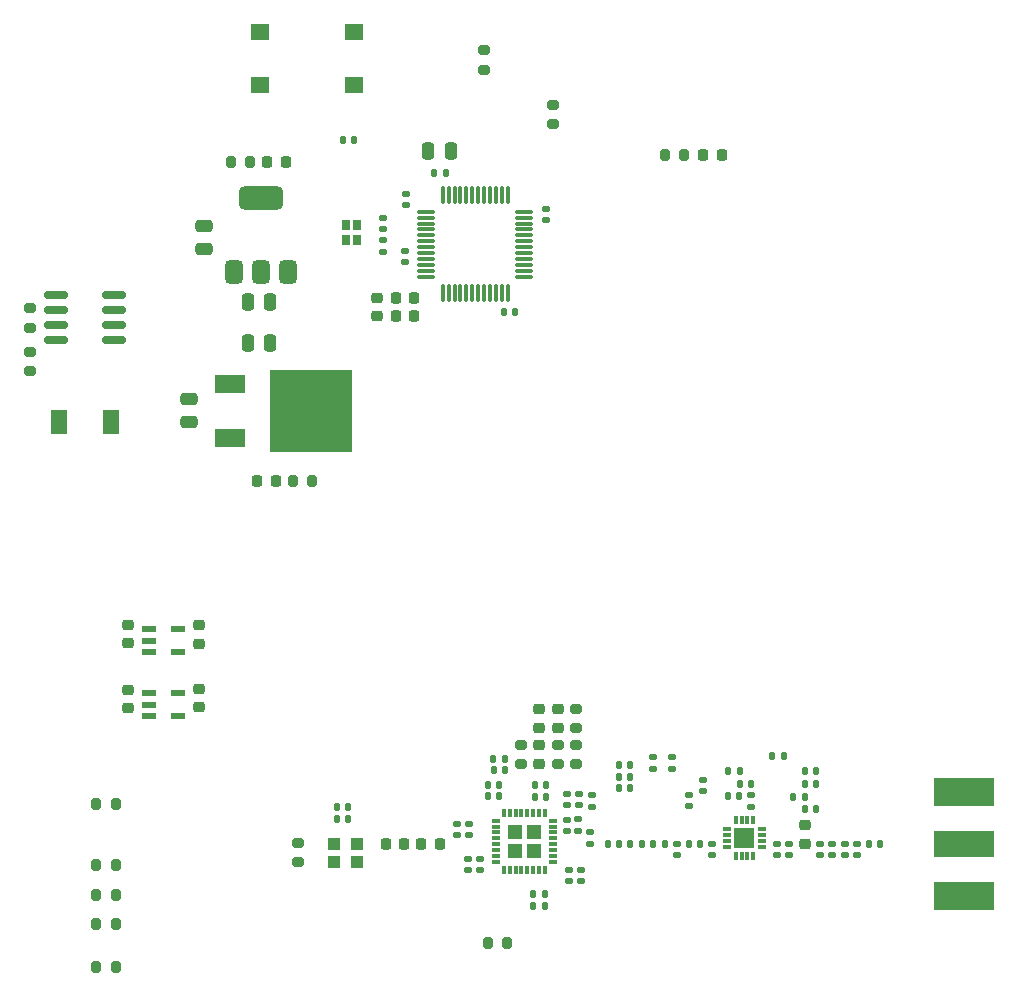
<source format=gbr>
%TF.GenerationSoftware,KiCad,Pcbnew,8.0.2*%
%TF.CreationDate,2024-07-16T14:45:12-07:00*%
%TF.ProjectId,ptn,70746e2e-6b69-4636-9164-5f7063625858,1*%
%TF.SameCoordinates,Original*%
%TF.FileFunction,Paste,Top*%
%TF.FilePolarity,Positive*%
%FSLAX46Y46*%
G04 Gerber Fmt 4.6, Leading zero omitted, Abs format (unit mm)*
G04 Created by KiCad (PCBNEW 8.0.2) date 2024-07-16 14:45:12*
%MOMM*%
%LPD*%
G01*
G04 APERTURE LIST*
G04 Aperture macros list*
%AMRoundRect*
0 Rectangle with rounded corners*
0 $1 Rounding radius*
0 $2 $3 $4 $5 $6 $7 $8 $9 X,Y pos of 4 corners*
0 Add a 4 corners polygon primitive as box body*
4,1,4,$2,$3,$4,$5,$6,$7,$8,$9,$2,$3,0*
0 Add four circle primitives for the rounded corners*
1,1,$1+$1,$2,$3*
1,1,$1+$1,$4,$5*
1,1,$1+$1,$6,$7*
1,1,$1+$1,$8,$9*
0 Add four rect primitives between the rounded corners*
20,1,$1+$1,$2,$3,$4,$5,0*
20,1,$1+$1,$4,$5,$6,$7,0*
20,1,$1+$1,$6,$7,$8,$9,0*
20,1,$1+$1,$8,$9,$2,$3,0*%
G04 Aperture macros list end*
%ADD10RoundRect,0.147500X-0.147500X-0.172500X0.147500X-0.172500X0.147500X0.172500X-0.147500X0.172500X0*%
%ADD11RoundRect,0.140000X-0.140000X-0.170000X0.140000X-0.170000X0.140000X0.170000X-0.140000X0.170000X0*%
%ADD12RoundRect,0.135000X0.185000X-0.135000X0.185000X0.135000X-0.185000X0.135000X-0.185000X-0.135000X0*%
%ADD13RoundRect,0.135000X-0.185000X0.135000X-0.185000X-0.135000X0.185000X-0.135000X0.185000X0.135000X0*%
%ADD14RoundRect,0.140000X0.170000X-0.140000X0.170000X0.140000X-0.170000X0.140000X-0.170000X-0.140000X0*%
%ADD15RoundRect,0.200000X0.200000X0.275000X-0.200000X0.275000X-0.200000X-0.275000X0.200000X-0.275000X0*%
%ADD16RoundRect,0.135000X0.135000X0.185000X-0.135000X0.185000X-0.135000X-0.185000X0.135000X-0.185000X0*%
%ADD17RoundRect,0.140000X0.140000X0.170000X-0.140000X0.170000X-0.140000X-0.170000X0.140000X-0.170000X0*%
%ADD18R,2.500000X1.500000*%
%ADD19R,7.000000X7.000000*%
%ADD20RoundRect,0.218750X0.256250X-0.218750X0.256250X0.218750X-0.256250X0.218750X-0.256250X-0.218750X0*%
%ADD21RoundRect,0.225000X-0.225000X-0.250000X0.225000X-0.250000X0.225000X0.250000X-0.225000X0.250000X0*%
%ADD22RoundRect,0.225000X-0.250000X0.225000X-0.250000X-0.225000X0.250000X-0.225000X0.250000X0.225000X0*%
%ADD23RoundRect,0.140000X-0.170000X0.140000X-0.170000X-0.140000X0.170000X-0.140000X0.170000X0.140000X0*%
%ADD24RoundRect,0.225000X0.250000X-0.225000X0.250000X0.225000X-0.250000X0.225000X-0.250000X-0.225000X0*%
%ADD25RoundRect,0.147500X-0.172500X0.147500X-0.172500X-0.147500X0.172500X-0.147500X0.172500X0.147500X0*%
%ADD26R,1.250000X0.600000*%
%ADD27R,0.775000X0.875000*%
%ADD28RoundRect,0.200000X0.275000X-0.200000X0.275000X0.200000X-0.275000X0.200000X-0.275000X-0.200000X0*%
%ADD29RoundRect,0.250000X-0.475000X0.250000X-0.475000X-0.250000X0.475000X-0.250000X0.475000X0.250000X0*%
%ADD30R,0.800000X0.300000*%
%ADD31R,0.300000X0.800000*%
%ADD32R,1.300000X1.300000*%
%ADD33RoundRect,0.250000X0.250000X0.475000X-0.250000X0.475000X-0.250000X-0.475000X0.250000X-0.475000X0*%
%ADD34RoundRect,0.218750X0.218750X0.256250X-0.218750X0.256250X-0.218750X-0.256250X0.218750X-0.256250X0*%
%ADD35R,1.100000X1.000000*%
%ADD36RoundRect,0.200000X-0.200000X-0.275000X0.200000X-0.275000X0.200000X0.275000X-0.200000X0.275000X0*%
%ADD37RoundRect,0.150000X0.825000X0.150000X-0.825000X0.150000X-0.825000X-0.150000X0.825000X-0.150000X0*%
%ADD38R,1.600000X1.400000*%
%ADD39RoundRect,0.200000X-0.275000X0.200000X-0.275000X-0.200000X0.275000X-0.200000X0.275000X0.200000X0*%
%ADD40R,5.080000X2.413000*%
%ADD41R,5.080000X2.286000*%
%ADD42RoundRect,0.075000X-0.662500X-0.075000X0.662500X-0.075000X0.662500X0.075000X-0.662500X0.075000X0*%
%ADD43RoundRect,0.075000X-0.075000X-0.662500X0.075000X-0.662500X0.075000X0.662500X-0.075000X0.662500X0*%
%ADD44RoundRect,0.225000X0.225000X0.250000X-0.225000X0.250000X-0.225000X-0.250000X0.225000X-0.250000X0*%
%ADD45RoundRect,0.218750X-0.256250X0.218750X-0.256250X-0.218750X0.256250X-0.218750X0.256250X0.218750X0*%
%ADD46R,0.750000X0.300000*%
%ADD47R,0.300000X0.750000*%
%ADD48R,1.700000X1.700000*%
%ADD49RoundRect,0.135000X-0.135000X-0.185000X0.135000X-0.185000X0.135000X0.185000X-0.135000X0.185000X0*%
%ADD50RoundRect,0.218750X-0.218750X-0.256250X0.218750X-0.256250X0.218750X0.256250X-0.218750X0.256250X0*%
%ADD51RoundRect,0.375000X0.375000X-0.625000X0.375000X0.625000X-0.375000X0.625000X-0.375000X-0.625000X0*%
%ADD52RoundRect,0.500000X1.400000X-0.500000X1.400000X0.500000X-1.400000X0.500000X-1.400000X-0.500000X0*%
%ADD53R,1.400000X2.000000*%
%ADD54RoundRect,0.250000X0.475000X-0.250000X0.475000X0.250000X-0.475000X0.250000X-0.475000X-0.250000X0*%
G04 APERTURE END LIST*
D10*
%TO.C,L2*%
X140390000Y-116550000D03*
X141360000Y-116550000D03*
%TD*%
D11*
%TO.C,C23*%
X140370000Y-111830000D03*
X139410000Y-111830000D03*
%TD*%
%TO.C,C20*%
X140370000Y-110840000D03*
X139410000Y-110840000D03*
%TD*%
%TO.C,C16*%
X140370000Y-109850000D03*
X139410000Y-109850000D03*
%TD*%
D12*
%TO.C,R11*%
X137140000Y-112400001D03*
X137140000Y-113419999D03*
%TD*%
D13*
%TO.C,R10*%
X135990000Y-114420000D03*
X135990000Y-115439998D03*
%TD*%
D14*
%TO.C,C13*%
X134990000Y-114469998D03*
X134990000Y-115429998D03*
%TD*%
D15*
%TO.C,R26*%
X143280000Y-58200000D03*
X144930000Y-58200000D03*
%TD*%
D16*
%TO.C,R22*%
X148620000Y-110364000D03*
X149640000Y-110364000D03*
%TD*%
D17*
%TO.C,C37*%
X129300000Y-111510000D03*
X128340000Y-111510000D03*
%TD*%
D18*
%TO.C,IC2*%
X106490000Y-77570000D03*
D19*
X113340000Y-79870000D03*
D18*
X106490000Y-82170000D03*
%TD*%
D11*
%TO.C,C43*%
X148640000Y-112430000D03*
X149600000Y-112430000D03*
%TD*%
D15*
%TO.C,R13*%
X106550000Y-58800000D03*
X108200000Y-58800000D03*
%TD*%
D14*
%TO.C,C46*%
X153830000Y-117490000D03*
X153830000Y-116530000D03*
%TD*%
D20*
%TO.C,L6*%
X155150000Y-116537500D03*
X155150000Y-114962500D03*
%TD*%
D21*
%TO.C,C36*%
X122700000Y-116550000D03*
X124250000Y-116550000D03*
%TD*%
D22*
%TO.C,C1*%
X97866000Y-103495001D03*
X97866000Y-105045001D03*
%TD*%
D23*
%TO.C,C65*%
X119443000Y-65425000D03*
X119443000Y-66385000D03*
%TD*%
D24*
%TO.C,C8*%
X132676000Y-109744000D03*
X132676000Y-108194000D03*
%TD*%
D11*
%TO.C,C54*%
X116030000Y-56970000D03*
X116990000Y-56970000D03*
%TD*%
D17*
%TO.C,C58*%
X124750000Y-59750000D03*
X123790000Y-59750000D03*
%TD*%
D25*
%TO.C,L5*%
X144340000Y-116535000D03*
X144340000Y-117505000D03*
%TD*%
D26*
%TO.C,IC1*%
X99600000Y-103790000D03*
X99600001Y-104740000D03*
X99600000Y-105690000D03*
X102100000Y-105690000D03*
X102100000Y-103790000D03*
%TD*%
D27*
%TO.C,Y2*%
X116291000Y-64109000D03*
X116291000Y-65383000D03*
X117265000Y-65383000D03*
X117265000Y-64109000D03*
%TD*%
D28*
%TO.C,R9*%
X89545000Y-71190000D03*
X89545000Y-72840000D03*
%TD*%
D29*
%TO.C,C10*%
X104265499Y-64220001D03*
X104265499Y-66119999D03*
%TD*%
D30*
%TO.C,U3*%
X129018000Y-118054000D03*
X129018000Y-117554000D03*
X129018000Y-117054000D03*
X129018000Y-116554000D03*
X129018000Y-116054000D03*
X129018000Y-115554000D03*
X129018000Y-115054000D03*
X129018000Y-114554000D03*
D31*
X129668000Y-113904000D03*
X130168000Y-113904000D03*
X130668000Y-113904000D03*
X131168000Y-113904000D03*
X131668000Y-113904000D03*
X132168000Y-113904000D03*
X132668000Y-113904000D03*
X133168000Y-113904000D03*
D30*
X133818000Y-114554000D03*
X133818000Y-115054000D03*
X133818000Y-115554000D03*
X133818000Y-116054000D03*
X133818000Y-116554000D03*
X133818000Y-117054000D03*
X133818000Y-117554000D03*
X133818000Y-118054000D03*
D31*
X133168000Y-118704000D03*
X132668000Y-118704000D03*
X132168000Y-118704000D03*
X131668000Y-118704000D03*
X131168000Y-118704000D03*
X130668000Y-118704000D03*
X130168000Y-118704000D03*
X129668000Y-118704000D03*
D32*
X132218000Y-115504000D03*
X130618000Y-115504000D03*
X132218000Y-117104000D03*
X130618000Y-117104000D03*
%TD*%
D11*
%TO.C,C60*%
X129660000Y-71500000D03*
X130620000Y-71500000D03*
%TD*%
D33*
%TO.C,C56*%
X125189999Y-57850000D03*
X123290001Y-57850000D03*
%TD*%
D10*
%TO.C,L4*%
X142325000Y-116560000D03*
X143295000Y-116560000D03*
%TD*%
D17*
%TO.C,C38*%
X129301000Y-112499000D03*
X128341000Y-112499000D03*
%TD*%
D34*
%TO.C,D3*%
X111225002Y-58800000D03*
X109650000Y-58800000D03*
%TD*%
D14*
%TO.C,C59*%
X133250000Y-63730000D03*
X133250000Y-62770000D03*
%TD*%
D23*
%TO.C,C33*%
X136210000Y-118710000D03*
X136210000Y-119670000D03*
%TD*%
D14*
%TO.C,C50*%
X156470000Y-117500000D03*
X156470000Y-116540000D03*
%TD*%
D23*
%TO.C,C63*%
X119430000Y-63520000D03*
X119430000Y-64480000D03*
%TD*%
D35*
%TO.C,Y1*%
X115304000Y-118033000D03*
X117204000Y-118033000D03*
X117204000Y-116533000D03*
X115304000Y-116533000D03*
%TD*%
D11*
%TO.C,C49*%
X155170000Y-113580000D03*
X156130000Y-113580000D03*
%TD*%
D23*
%TO.C,C61*%
X121280000Y-66300000D03*
X121280000Y-67260000D03*
%TD*%
D36*
%TO.C,R4*%
X128335000Y-124940000D03*
X129985000Y-124940000D03*
%TD*%
D37*
%TO.C,U1*%
X96695000Y-73825000D03*
X96695000Y-72555000D03*
X96695000Y-71285000D03*
X96695000Y-70015000D03*
X91745000Y-70015000D03*
X91745000Y-71285000D03*
X91745000Y-72555000D03*
X91745000Y-73825000D03*
%TD*%
D13*
%TO.C,R21*%
X143930000Y-110190000D03*
X143930000Y-109170000D03*
%TD*%
D22*
%TO.C,C17*%
X103855000Y-98032000D03*
X103855000Y-99582000D03*
%TD*%
D11*
%TO.C,C21*%
X115520000Y-113440000D03*
X116480000Y-113440000D03*
%TD*%
D13*
%TO.C,R23*%
X150602000Y-113397000D03*
X150602000Y-112377000D03*
%TD*%
D24*
%TO.C,C3*%
X132676000Y-105134000D03*
X132676000Y-106684000D03*
%TD*%
D38*
%TO.C,SW1*%
X109000000Y-47750000D03*
X117000000Y-47750000D03*
X109000000Y-52250000D03*
X117000000Y-52250000D03*
%TD*%
D39*
%TO.C,R7*%
X135796000Y-108144000D03*
X135796000Y-109794000D03*
%TD*%
D11*
%TO.C,C18*%
X115511000Y-114455000D03*
X116471000Y-114455000D03*
%TD*%
%TO.C,C47*%
X155160000Y-110368000D03*
X156120000Y-110368000D03*
%TD*%
D23*
%TO.C,C31*%
X135200000Y-118710000D03*
X135200000Y-119670000D03*
%TD*%
D11*
%TO.C,C28*%
X132310000Y-111530000D03*
X133270000Y-111530000D03*
%TD*%
%TO.C,C26*%
X132180000Y-120740000D03*
X133140000Y-120740000D03*
%TD*%
D39*
%TO.C,R6*%
X134236000Y-109794000D03*
X134236000Y-108144000D03*
%TD*%
D28*
%TO.C,R1*%
X89560000Y-76490000D03*
X89560000Y-74840000D03*
%TD*%
D14*
%TO.C,C19*%
X136040000Y-113220000D03*
X136040000Y-112260000D03*
%TD*%
D34*
%TO.C,D4*%
X148134004Y-58195000D03*
X146559002Y-58195000D03*
%TD*%
D40*
%TO.C,J9*%
X168600000Y-120911500D03*
D41*
X168600000Y-116530000D03*
D40*
X168600000Y-112148500D03*
%TD*%
D11*
%TO.C,C48*%
X155150000Y-111470000D03*
X156110000Y-111470000D03*
%TD*%
D33*
%TO.C,C2*%
X109892499Y-70660000D03*
X107992501Y-70660000D03*
%TD*%
D11*
%TO.C,C55*%
X160590000Y-116540000D03*
X161550000Y-116540000D03*
%TD*%
D23*
%TO.C,C41*%
X147330000Y-116520000D03*
X147330000Y-117480000D03*
%TD*%
D42*
%TO.C,U4*%
X123087500Y-63000000D03*
X123087500Y-63500000D03*
X123087500Y-64000000D03*
X123087500Y-64500001D03*
X123087500Y-65000000D03*
X123087500Y-65500000D03*
X123087500Y-66000000D03*
X123087500Y-66500000D03*
X123087500Y-66999999D03*
X123087500Y-67500000D03*
X123087500Y-68000000D03*
X123087500Y-68500000D03*
D43*
X124500000Y-69912500D03*
X125000000Y-69912500D03*
X125500000Y-69912500D03*
X126000001Y-69912500D03*
X126500000Y-69912500D03*
X127000000Y-69912500D03*
X127500000Y-69912500D03*
X128000000Y-69912500D03*
X128499999Y-69912500D03*
X129000000Y-69912500D03*
X129500000Y-69912500D03*
X130000000Y-69912500D03*
D42*
X131412500Y-68500000D03*
X131412500Y-68000000D03*
X131412500Y-67500000D03*
X131412500Y-66999999D03*
X131412500Y-66500000D03*
X131412500Y-66000000D03*
X131412500Y-65500000D03*
X131412500Y-65000000D03*
X131412500Y-64500001D03*
X131412500Y-64000000D03*
X131412500Y-63500000D03*
X131412500Y-63000000D03*
D43*
X130000000Y-61587500D03*
X129500000Y-61587500D03*
X129000000Y-61587500D03*
X128499999Y-61587500D03*
X128000000Y-61587500D03*
X127500000Y-61587500D03*
X127000000Y-61587500D03*
X126500000Y-61587500D03*
X126000001Y-61587500D03*
X125500000Y-61587500D03*
X125000000Y-61587500D03*
X124500000Y-61587500D03*
%TD*%
D14*
%TO.C,C22*%
X126750000Y-115800000D03*
X126750000Y-114840000D03*
%TD*%
D24*
%TO.C,C6*%
X134236000Y-106684000D03*
X134236000Y-105134000D03*
%TD*%
D21*
%TO.C,C35*%
X119684000Y-116549000D03*
X121234000Y-116549000D03*
%TD*%
D44*
%TO.C,C62*%
X122075000Y-70270000D03*
X120525000Y-70270000D03*
%TD*%
D22*
%TO.C,C11*%
X97894000Y-97994000D03*
X97894000Y-99544000D03*
%TD*%
D33*
%TO.C,C12*%
X109919000Y-74105000D03*
X108019000Y-74105000D03*
%TD*%
D14*
%TO.C,C40*%
X145394000Y-113355000D03*
X145394000Y-112395000D03*
%TD*%
D17*
%TO.C,C32*%
X129767000Y-110301000D03*
X128807000Y-110301000D03*
%TD*%
D12*
%TO.C,R20*%
X142328000Y-109174000D03*
X142328000Y-110194000D03*
%TD*%
D28*
%TO.C,R3*%
X131116000Y-109794000D03*
X131116000Y-108144000D03*
%TD*%
D11*
%TO.C,C29*%
X132180000Y-121760000D03*
X133140000Y-121760000D03*
%TD*%
D22*
%TO.C,C9*%
X103866000Y-103424002D03*
X103866000Y-104974002D03*
%TD*%
D11*
%TO.C,C44*%
X149640000Y-111420000D03*
X150600000Y-111420000D03*
%TD*%
%TO.C,C4*%
X139440000Y-116550000D03*
X138480000Y-116550000D03*
%TD*%
D14*
%TO.C,C27*%
X127680000Y-118770000D03*
X127680000Y-117810000D03*
%TD*%
D45*
%TO.C,FB1*%
X118970000Y-70278499D03*
X118970000Y-71853501D03*
%TD*%
D23*
%TO.C,C57*%
X121410000Y-61480000D03*
X121410000Y-62440000D03*
%TD*%
D39*
%TO.C,R14*%
X112251000Y-118090000D03*
X112251000Y-116440000D03*
%TD*%
D46*
%TO.C,IC4*%
X148550000Y-115263000D03*
X148550000Y-115763000D03*
X148550000Y-116263000D03*
X148550000Y-116763000D03*
D47*
X149300000Y-117513000D03*
X149800000Y-117513000D03*
X150300000Y-117513000D03*
X150800000Y-117513000D03*
D46*
X151550000Y-116763000D03*
X151550000Y-116263000D03*
X151550000Y-115763000D03*
X151550000Y-115263000D03*
D47*
X150800000Y-114513000D03*
X150300000Y-114513000D03*
X149800000Y-114513000D03*
X149300000Y-114513000D03*
D48*
X150050000Y-116013000D03*
%TD*%
D14*
%TO.C,C30*%
X126670000Y-118770000D03*
X126670000Y-117810000D03*
%TD*%
%TO.C,C15*%
X135040000Y-113220000D03*
X135040000Y-112260000D03*
%TD*%
D26*
%TO.C,IC3*%
X99616000Y-98366000D03*
X99616000Y-99316000D03*
X99616000Y-100266000D03*
X102116000Y-100266000D03*
X102116000Y-98366000D03*
%TD*%
D28*
%TO.C,R27*%
X133850000Y-53925000D03*
X133850000Y-55575000D03*
%TD*%
D49*
%TO.C,R24*%
X153400000Y-109120000D03*
X152380000Y-109120000D03*
%TD*%
D17*
%TO.C,C34*%
X129755000Y-109327000D03*
X128795000Y-109327000D03*
%TD*%
D36*
%TO.C,R12*%
X113450000Y-85800000D03*
X111800000Y-85800000D03*
%TD*%
D50*
%TO.C,D2*%
X108791998Y-85800000D03*
X110367000Y-85800000D03*
%TD*%
D23*
%TO.C,C42*%
X146500000Y-111100000D03*
X146500000Y-112060000D03*
%TD*%
D44*
%TO.C,C64*%
X122070000Y-71850000D03*
X120520000Y-71850000D03*
%TD*%
D14*
%TO.C,C51*%
X157500000Y-117500000D03*
X157500000Y-116540000D03*
%TD*%
D39*
%TO.C,R28*%
X128010000Y-50985000D03*
X128010000Y-49335000D03*
%TD*%
D11*
%TO.C,C39*%
X145360000Y-116550000D03*
X146320000Y-116550000D03*
%TD*%
D14*
%TO.C,C52*%
X158540000Y-117500000D03*
X158540000Y-116540000D03*
%TD*%
D51*
%TO.C,U2*%
X106800000Y-68100000D03*
X109100000Y-68099999D03*
D52*
X109100000Y-61800001D03*
D51*
X111400000Y-68100000D03*
%TD*%
D14*
%TO.C,C53*%
X159580000Y-117500000D03*
X159580000Y-116540000D03*
%TD*%
%TO.C,C45*%
X152773000Y-117487000D03*
X152773000Y-116527000D03*
%TD*%
D16*
%TO.C,R25*%
X154130000Y-112517000D03*
X155150000Y-112517000D03*
%TD*%
D14*
%TO.C,C24*%
X125724306Y-115797892D03*
X125724306Y-114837892D03*
%TD*%
D53*
%TO.C,D1*%
X96430000Y-80770000D03*
X92030000Y-80770000D03*
%TD*%
D54*
%TO.C,C7*%
X103039000Y-80770000D03*
X103039000Y-78870000D03*
%TD*%
D11*
%TO.C,C25*%
X132312000Y-112550000D03*
X133272000Y-112550000D03*
%TD*%
D39*
%TO.C,R5*%
X135796000Y-105084000D03*
X135796000Y-106734000D03*
%TD*%
D13*
%TO.C,R2*%
X136950000Y-115530000D03*
X136950000Y-116550000D03*
%TD*%
D36*
%TO.C,R15*%
X95155000Y-113190000D03*
X96805000Y-113190000D03*
%TD*%
%TO.C,R16*%
X95170000Y-126920000D03*
X96820000Y-126920000D03*
%TD*%
D15*
%TO.C,R17*%
X96820000Y-118280000D03*
X95170000Y-118280000D03*
%TD*%
%TO.C,R18*%
X96825000Y-120820000D03*
X95175000Y-120820000D03*
%TD*%
%TO.C,R19*%
X96815000Y-123330000D03*
X95165000Y-123330000D03*
%TD*%
M02*

</source>
